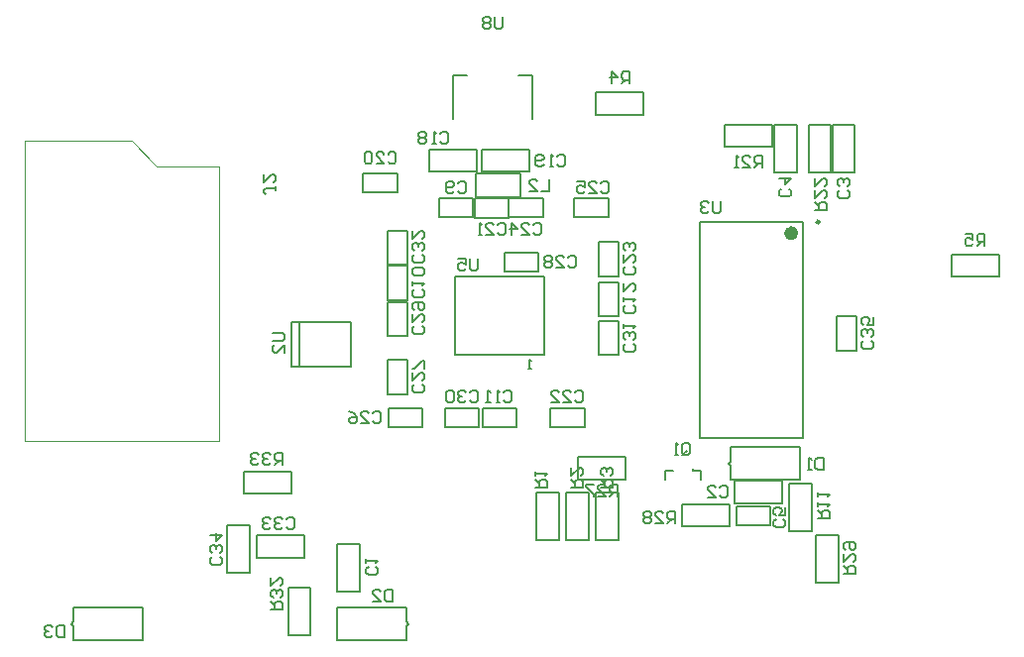
<source format=gbo>
G04 Layer_Color=32896*
%FSLAX23Y23*%
%MOIN*%
G70*
G01*
G75*
%ADD30C,0.008*%
%ADD62C,0.008*%
%ADD63C,0.006*%
%ADD67C,0.010*%
%ADD68C,0.024*%
%ADD69C,0.001*%
D30*
X900Y967D02*
Y1117D01*
X1100D01*
Y967D02*
Y1117D01*
X900Y967D02*
X1100D01*
X925D02*
Y1117D01*
X1853Y878D02*
X1860Y885D01*
X1873D01*
X1880Y878D01*
Y852D01*
X1873Y845D01*
X1860D01*
X1853Y852D01*
X1813Y845D02*
X1840D01*
X1813Y872D01*
Y878D01*
X1820Y885D01*
X1833D01*
X1840Y878D01*
X1773Y845D02*
X1800D01*
X1773Y872D01*
Y878D01*
X1780Y885D01*
X1793D01*
X1800Y878D01*
X1183Y292D02*
X1190Y285D01*
Y272D01*
X1183Y265D01*
X1157D01*
X1150Y272D01*
Y285D01*
X1157Y292D01*
X1150Y305D02*
Y318D01*
Y312D01*
X1190D01*
X1183Y305D01*
X2338Y558D02*
X2345Y565D01*
X2358D01*
X2365Y558D01*
Y532D01*
X2358Y525D01*
X2345D01*
X2338Y532D01*
X2298Y525D02*
X2325D01*
X2298Y552D01*
Y558D01*
X2305Y565D01*
X2318D01*
X2325Y558D01*
X2768Y1559D02*
X2774Y1553D01*
Y1539D01*
X2768Y1533D01*
X2741D01*
X2734Y1539D01*
Y1553D01*
X2741Y1559D01*
X2768Y1573D02*
X2774Y1579D01*
Y1593D01*
X2768Y1599D01*
X2761D01*
X2754Y1593D01*
Y1586D01*
Y1593D01*
X2748Y1599D01*
X2741D01*
X2734Y1593D01*
Y1579D01*
X2741Y1573D01*
X2573Y1564D02*
X2579Y1558D01*
Y1544D01*
X2573Y1538D01*
X2546D01*
X2539Y1544D01*
Y1558D01*
X2546Y1564D01*
X2539Y1598D02*
X2579D01*
X2559Y1578D01*
Y1604D01*
X2553Y452D02*
X2560Y445D01*
Y432D01*
X2553Y425D01*
X2527D01*
X2520Y432D01*
Y445D01*
X2527Y452D01*
X2560Y492D02*
Y465D01*
X2540D01*
X2547Y478D01*
Y485D01*
X2540Y492D01*
X2527D01*
X2520Y485D01*
Y472D01*
X2527Y465D01*
X1458Y1583D02*
X1465Y1590D01*
X1478D01*
X1485Y1583D01*
Y1557D01*
X1478Y1550D01*
X1465D01*
X1458Y1557D01*
X1445D02*
X1438Y1550D01*
X1425D01*
X1418Y1557D01*
Y1583D01*
X1425Y1590D01*
X1438D01*
X1445Y1583D01*
Y1577D01*
X1438Y1570D01*
X1418D01*
X1338Y1227D02*
X1345Y1220D01*
Y1207D01*
X1338Y1200D01*
X1312D01*
X1305Y1207D01*
Y1220D01*
X1312Y1227D01*
X1305Y1240D02*
Y1253D01*
Y1247D01*
X1345D01*
X1338Y1240D01*
Y1273D02*
X1345Y1280D01*
Y1293D01*
X1338Y1300D01*
X1312D01*
X1305Y1293D01*
Y1280D01*
X1312Y1273D01*
X1338D01*
X1613Y878D02*
X1620Y885D01*
X1633D01*
X1640Y878D01*
Y852D01*
X1633Y845D01*
X1620D01*
X1613Y852D01*
X1600Y845D02*
X1587D01*
X1593D01*
Y885D01*
X1600Y878D01*
X1567Y845D02*
X1553D01*
X1560D01*
Y885D01*
X1567Y878D01*
X2048Y1172D02*
X2055Y1165D01*
Y1152D01*
X2048Y1145D01*
X2022D01*
X2015Y1152D01*
Y1165D01*
X2022Y1172D01*
X2015Y1185D02*
Y1198D01*
Y1192D01*
X2055D01*
X2048Y1185D01*
X2015Y1245D02*
Y1218D01*
X2042Y1245D01*
X2048D01*
X2055Y1238D01*
Y1225D01*
X2048Y1218D01*
X1398Y1748D02*
X1405Y1755D01*
X1418D01*
X1425Y1748D01*
Y1722D01*
X1418Y1715D01*
X1405D01*
X1398Y1722D01*
X1385Y1715D02*
X1372D01*
X1378D01*
Y1755D01*
X1385Y1748D01*
X1352D02*
X1345Y1755D01*
X1332D01*
X1325Y1748D01*
Y1742D01*
X1332Y1735D01*
X1325Y1728D01*
Y1722D01*
X1332Y1715D01*
X1345D01*
X1352Y1722D01*
Y1728D01*
X1345Y1735D01*
X1352Y1742D01*
Y1748D01*
X1345Y1735D02*
X1332D01*
X1793Y1673D02*
X1800Y1680D01*
X1813D01*
X1820Y1673D01*
Y1647D01*
X1813Y1640D01*
X1800D01*
X1793Y1647D01*
X1780Y1640D02*
X1767D01*
X1773D01*
Y1680D01*
X1780Y1673D01*
X1747Y1647D02*
X1740Y1640D01*
X1727D01*
X1720Y1647D01*
Y1673D01*
X1727Y1680D01*
X1740D01*
X1747Y1673D01*
Y1667D01*
X1740Y1660D01*
X1720D01*
X1224Y1681D02*
X1230Y1688D01*
X1244D01*
X1250Y1681D01*
Y1655D01*
X1244Y1648D01*
X1230D01*
X1224Y1655D01*
X1184Y1648D02*
X1210D01*
X1184Y1675D01*
Y1681D01*
X1190Y1688D01*
X1204D01*
X1210Y1681D01*
X1170D02*
X1164Y1688D01*
X1150D01*
X1144Y1681D01*
Y1655D01*
X1150Y1648D01*
X1164D01*
X1170Y1655D01*
Y1681D01*
X1593Y1443D02*
X1600Y1450D01*
X1613D01*
X1620Y1443D01*
Y1417D01*
X1613Y1410D01*
X1600D01*
X1593Y1417D01*
X1553Y1410D02*
X1580D01*
X1553Y1437D01*
Y1443D01*
X1560Y1450D01*
X1573D01*
X1580Y1443D01*
X1540Y1410D02*
X1527D01*
X1533D01*
Y1450D01*
X1540Y1443D01*
X2048Y1302D02*
X2055Y1295D01*
Y1282D01*
X2048Y1275D01*
X2022D01*
X2015Y1282D01*
Y1295D01*
X2022Y1302D01*
X2015Y1342D02*
Y1315D01*
X2042Y1342D01*
X2048D01*
X2055Y1335D01*
Y1322D01*
X2048Y1315D01*
Y1355D02*
X2055Y1362D01*
Y1375D01*
X2048Y1382D01*
X2042D01*
X2035Y1375D01*
Y1368D01*
Y1375D01*
X2028Y1382D01*
X2022D01*
X2015Y1375D01*
Y1362D01*
X2022Y1355D01*
X1713Y1443D02*
X1720Y1450D01*
X1733D01*
X1740Y1443D01*
Y1417D01*
X1733Y1410D01*
X1720D01*
X1713Y1417D01*
X1673Y1410D02*
X1700D01*
X1673Y1437D01*
Y1443D01*
X1680Y1450D01*
X1693D01*
X1700Y1443D01*
X1640Y1410D02*
Y1450D01*
X1660Y1430D01*
X1633D01*
X1938Y1583D02*
X1945Y1590D01*
X1958D01*
X1965Y1583D01*
Y1557D01*
X1958Y1550D01*
X1945D01*
X1938Y1557D01*
X1898Y1550D02*
X1925D01*
X1898Y1577D01*
Y1583D01*
X1905Y1590D01*
X1918D01*
X1925Y1583D01*
X1858Y1590D02*
X1885D01*
Y1570D01*
X1872Y1577D01*
X1865D01*
X1858Y1570D01*
Y1557D01*
X1865Y1550D01*
X1878D01*
X1885Y1557D01*
X1173Y808D02*
X1180Y815D01*
X1193D01*
X1200Y808D01*
Y782D01*
X1193Y775D01*
X1180D01*
X1173Y782D01*
X1133Y775D02*
X1160D01*
X1133Y802D01*
Y808D01*
X1140Y815D01*
X1153D01*
X1160Y808D01*
X1093Y815D02*
X1107Y808D01*
X1120Y795D01*
Y782D01*
X1113Y775D01*
X1100D01*
X1093Y782D01*
Y788D01*
X1100Y795D01*
X1120D01*
X1338Y907D02*
X1345Y900D01*
Y887D01*
X1338Y880D01*
X1312D01*
X1305Y887D01*
Y900D01*
X1312Y907D01*
X1305Y947D02*
Y920D01*
X1332Y947D01*
X1338D01*
X1345Y940D01*
Y927D01*
X1338Y920D01*
X1345Y960D02*
Y987D01*
X1338D01*
X1312Y960D01*
X1305D01*
X1828Y1333D02*
X1835Y1340D01*
X1848D01*
X1855Y1333D01*
Y1307D01*
X1848Y1300D01*
X1835D01*
X1828Y1307D01*
X1788Y1300D02*
X1815D01*
X1788Y1327D01*
Y1333D01*
X1795Y1340D01*
X1808D01*
X1815Y1333D01*
X1775D02*
X1768Y1340D01*
X1755D01*
X1748Y1333D01*
Y1327D01*
X1755Y1320D01*
X1748Y1313D01*
Y1307D01*
X1755Y1300D01*
X1768D01*
X1775Y1307D01*
Y1313D01*
X1768Y1320D01*
X1775Y1327D01*
Y1333D01*
X1768Y1320D02*
X1755D01*
X1338Y1102D02*
X1345Y1095D01*
Y1082D01*
X1338Y1075D01*
X1312D01*
X1305Y1082D01*
Y1095D01*
X1312Y1102D01*
X1305Y1142D02*
Y1115D01*
X1332Y1142D01*
X1338D01*
X1345Y1135D01*
Y1122D01*
X1338Y1115D01*
X1312Y1155D02*
X1305Y1162D01*
Y1175D01*
X1312Y1182D01*
X1338D01*
X1345Y1175D01*
Y1162D01*
X1338Y1155D01*
X1332D01*
X1325Y1162D01*
Y1182D01*
X1498Y878D02*
X1505Y885D01*
X1518D01*
X1525Y878D01*
Y852D01*
X1518Y845D01*
X1505D01*
X1498Y852D01*
X1485Y878D02*
X1478Y885D01*
X1465D01*
X1458Y878D01*
Y872D01*
X1465Y865D01*
X1472D01*
X1465D01*
X1458Y858D01*
Y852D01*
X1465Y845D01*
X1478D01*
X1485Y852D01*
X1445Y878D02*
X1438Y885D01*
X1425D01*
X1418Y878D01*
Y852D01*
X1425Y845D01*
X1438D01*
X1445Y852D01*
Y878D01*
X2048Y1042D02*
X2055Y1035D01*
Y1022D01*
X2048Y1015D01*
X2022D01*
X2015Y1022D01*
Y1035D01*
X2022Y1042D01*
X2048Y1055D02*
X2055Y1062D01*
Y1075D01*
X2048Y1082D01*
X2042D01*
X2035Y1075D01*
Y1068D01*
Y1075D01*
X2028Y1082D01*
X2022D01*
X2015Y1075D01*
Y1062D01*
X2022Y1055D01*
X2015Y1095D02*
Y1108D01*
Y1102D01*
X2055D01*
X2048Y1095D01*
X1338Y1342D02*
X1345Y1335D01*
Y1322D01*
X1338Y1315D01*
X1312D01*
X1305Y1322D01*
Y1335D01*
X1312Y1342D01*
X1338Y1355D02*
X1345Y1362D01*
Y1375D01*
X1338Y1382D01*
X1332D01*
X1325Y1375D01*
Y1368D01*
Y1375D01*
X1318Y1382D01*
X1312D01*
X1305Y1375D01*
Y1362D01*
X1312Y1355D01*
X1305Y1422D02*
Y1395D01*
X1332Y1422D01*
X1338D01*
X1345Y1415D01*
Y1402D01*
X1338Y1395D01*
X883Y453D02*
X890Y460D01*
X903D01*
X910Y453D01*
Y427D01*
X903Y420D01*
X890D01*
X883Y427D01*
X870Y453D02*
X863Y460D01*
X850D01*
X843Y453D01*
Y447D01*
X850Y440D01*
X857D01*
X850D01*
X843Y433D01*
Y427D01*
X850Y420D01*
X863D01*
X870Y427D01*
X830Y453D02*
X823Y460D01*
X810D01*
X803Y453D01*
Y447D01*
X810Y440D01*
X817D01*
X810D01*
X803Y433D01*
Y427D01*
X810Y420D01*
X823D01*
X830Y427D01*
X658Y327D02*
X665Y320D01*
Y307D01*
X658Y300D01*
X632D01*
X625Y307D01*
Y320D01*
X632Y327D01*
X658Y340D02*
X665Y347D01*
Y360D01*
X658Y367D01*
X652D01*
X645Y360D01*
Y353D01*
Y360D01*
X638Y367D01*
X632D01*
X625Y360D01*
Y347D01*
X632Y340D01*
X625Y400D02*
X665D01*
X645Y380D01*
Y407D01*
X2848Y1052D02*
X2855Y1045D01*
Y1032D01*
X2848Y1025D01*
X2822D01*
X2815Y1032D01*
Y1045D01*
X2822Y1052D01*
X2848Y1065D02*
X2855Y1072D01*
Y1085D01*
X2848Y1092D01*
X2842D01*
X2835Y1085D01*
Y1078D01*
Y1085D01*
X2828Y1092D01*
X2822D01*
X2815Y1085D01*
Y1072D01*
X2822Y1065D01*
X2855Y1132D02*
Y1105D01*
X2835D01*
X2842Y1118D01*
Y1125D01*
X2835Y1132D01*
X2822D01*
X2815Y1125D01*
Y1112D01*
X2822Y1105D01*
X2687Y660D02*
Y620D01*
X2667D01*
X2660Y627D01*
Y653D01*
X2667Y660D01*
X2687D01*
X2647Y620D02*
X2634D01*
X2640D01*
Y660D01*
X2647Y653D01*
X845Y1572D02*
Y1558D01*
Y1565D01*
X812D01*
X805Y1558D01*
Y1552D01*
X812Y1545D01*
X805Y1612D02*
Y1585D01*
X832Y1612D01*
X838D01*
X845Y1605D01*
Y1592D01*
X838Y1585D01*
X2213Y677D02*
Y703D01*
X2220Y710D01*
X2233D01*
X2240Y703D01*
Y677D01*
X2233Y670D01*
X2220D01*
X2227Y683D02*
X2213Y670D01*
X2220D02*
X2213Y677D01*
X2200Y670D02*
X2187D01*
X2193D01*
Y710D01*
X2200Y703D01*
X1720Y560D02*
X1760D01*
Y580D01*
X1753Y587D01*
X1740D01*
X1733Y580D01*
Y560D01*
Y573D02*
X1720Y587D01*
Y600D02*
Y613D01*
Y607D01*
X1760D01*
X1753Y600D01*
X1840Y560D02*
X1880D01*
Y580D01*
X1873Y587D01*
X1860D01*
X1853Y580D01*
Y560D01*
Y573D02*
X1840Y587D01*
Y627D02*
Y600D01*
X1867Y627D01*
X1873D01*
X1880Y620D01*
Y607D01*
X1873Y600D01*
X1940Y560D02*
X1980D01*
Y580D01*
X1973Y587D01*
X1960D01*
X1953Y580D01*
Y560D01*
Y573D02*
X1940Y587D01*
X1973Y600D02*
X1980Y607D01*
Y620D01*
X1973Y627D01*
X1967D01*
X1960Y620D01*
Y613D01*
Y620D01*
X1953Y627D01*
X1947D01*
X1940Y620D01*
Y607D01*
X1947Y600D01*
X2036Y1918D02*
Y1958D01*
X2016D01*
X2010Y1951D01*
Y1938D01*
X2016Y1931D01*
X2036D01*
X2023D02*
X2010Y1918D01*
X1976D02*
Y1958D01*
X1996Y1938D01*
X1970D01*
X3230Y1374D02*
Y1414D01*
X3210D01*
X3204Y1407D01*
Y1394D01*
X3210Y1387D01*
X3230D01*
X3217D02*
X3204Y1374D01*
X3164Y1414D02*
X3190D01*
Y1394D01*
X3177Y1401D01*
X3170D01*
X3164Y1394D01*
Y1381D01*
X3170Y1374D01*
X3184D01*
X3190Y1381D01*
X2670Y455D02*
X2710D01*
Y475D01*
X2703Y482D01*
X2690D01*
X2683Y475D01*
Y455D01*
Y468D02*
X2670Y482D01*
Y495D02*
Y508D01*
Y502D01*
X2710D01*
X2703Y495D01*
X2670Y528D02*
Y542D01*
Y535D01*
X2710D01*
X2703Y528D01*
X2483Y1635D02*
Y1675D01*
X2463D01*
X2456Y1668D01*
Y1655D01*
X2463Y1648D01*
X2483D01*
X2469D02*
X2456Y1635D01*
X2416D02*
X2443D01*
X2416Y1661D01*
Y1668D01*
X2423Y1675D01*
X2436D01*
X2443Y1668D01*
X2403Y1635D02*
X2389D01*
X2396D01*
Y1675D01*
X2403Y1668D01*
X2659Y1493D02*
X2699D01*
Y1513D01*
X2693Y1519D01*
X2679D01*
X2673Y1513D01*
Y1493D01*
Y1506D02*
X2659Y1519D01*
Y1559D02*
Y1533D01*
X2686Y1559D01*
X2693D01*
X2699Y1553D01*
Y1539D01*
X2693Y1533D01*
X2659Y1599D02*
Y1573D01*
X2686Y1599D01*
X2693D01*
X2699Y1593D01*
Y1579D01*
X2693Y1573D01*
X1995Y530D02*
Y570D01*
X1975D01*
X1968Y563D01*
Y550D01*
X1975Y543D01*
X1995D01*
X1982D02*
X1968Y530D01*
X1928D02*
X1955D01*
X1928Y557D01*
Y563D01*
X1935Y570D01*
X1948D01*
X1955Y563D01*
X1915Y570D02*
X1888D01*
Y563D01*
X1915Y537D01*
Y530D01*
X2190Y440D02*
Y480D01*
X2170D01*
X2163Y473D01*
Y460D01*
X2170Y453D01*
X2190D01*
X2177D02*
X2163Y440D01*
X2123D02*
X2150D01*
X2123Y467D01*
Y473D01*
X2130Y480D01*
X2143D01*
X2150Y473D01*
X2110D02*
X2103Y480D01*
X2090D01*
X2083Y473D01*
Y467D01*
X2090Y460D01*
X2083Y453D01*
Y447D01*
X2090Y440D01*
X2103D01*
X2110Y447D01*
Y453D01*
X2103Y460D01*
X2110Y467D01*
Y473D01*
X2103Y460D02*
X2090D01*
X2755Y270D02*
X2795D01*
Y290D01*
X2788Y297D01*
X2775D01*
X2768Y290D01*
Y270D01*
Y283D02*
X2755Y297D01*
Y337D02*
Y310D01*
X2782Y337D01*
X2788D01*
X2795Y330D01*
Y317D01*
X2788Y310D01*
X2762Y350D02*
X2755Y357D01*
Y370D01*
X2762Y377D01*
X2788D01*
X2795Y370D01*
Y357D01*
X2788Y350D01*
X2782D01*
X2775Y357D01*
Y377D01*
X835Y1080D02*
X868D01*
X875Y1073D01*
Y1060D01*
X868Y1053D01*
X835D01*
X875Y1013D02*
Y1040D01*
X848Y1013D01*
X842D01*
X835Y1020D01*
Y1033D01*
X842Y1040D01*
X1525Y1330D02*
Y1297D01*
X1518Y1290D01*
X1505D01*
X1498Y1297D01*
Y1330D01*
X1458D02*
X1485D01*
Y1310D01*
X1472Y1317D01*
X1465D01*
X1458Y1310D01*
Y1297D01*
X1465Y1290D01*
X1478D01*
X1485Y1297D01*
X1608Y2143D02*
Y2110D01*
X1602Y2103D01*
X1588D01*
X1582Y2110D01*
Y2143D01*
X1568Y2136D02*
X1562Y2143D01*
X1548D01*
X1542Y2136D01*
Y2130D01*
X1548Y2123D01*
X1542Y2116D01*
Y2110D01*
X1548Y2103D01*
X1562D01*
X1568Y2110D01*
Y2116D01*
X1562Y2123D01*
X1568Y2130D01*
Y2136D01*
X1562Y2123D02*
X1548D01*
X1765Y1595D02*
Y1555D01*
X1738D01*
X1698D02*
X1725D01*
X1698Y1582D01*
Y1588D01*
X1705Y1595D01*
X1718D01*
X1725Y1588D01*
X1240Y215D02*
Y175D01*
X1220D01*
X1213Y182D01*
Y208D01*
X1220Y215D01*
X1240D01*
X1173Y175D02*
X1200D01*
X1173Y202D01*
Y208D01*
X1180Y215D01*
X1193D01*
X1200Y208D01*
X135Y95D02*
Y55D01*
X115D01*
X108Y62D01*
Y88D01*
X115Y95D01*
X135D01*
X95Y88D02*
X88Y95D01*
X75D01*
X68Y88D01*
Y82D01*
X75Y75D01*
X82D01*
X75D01*
X68Y68D01*
Y62D01*
X75Y55D01*
X88D01*
X95Y62D01*
X830Y150D02*
X870D01*
Y170D01*
X863Y177D01*
X850D01*
X843Y170D01*
Y150D01*
Y163D02*
X830Y177D01*
X863Y190D02*
X870Y197D01*
Y210D01*
X863Y217D01*
X857D01*
X850Y210D01*
Y203D01*
Y210D01*
X843Y217D01*
X837D01*
X830Y210D01*
Y197D01*
X837Y190D01*
X830Y257D02*
Y230D01*
X857Y257D01*
X863D01*
X870Y250D01*
Y237D01*
X863Y230D01*
X870Y635D02*
Y675D01*
X850D01*
X843Y668D01*
Y655D01*
X850Y648D01*
X870D01*
X857D02*
X843Y635D01*
X830Y668D02*
X823Y675D01*
X810D01*
X803Y668D01*
Y662D01*
X810Y655D01*
X817D01*
X810D01*
X803Y648D01*
Y642D01*
X810Y635D01*
X823D01*
X830Y642D01*
X790Y668D02*
X783Y675D01*
X770D01*
X763Y668D01*
Y662D01*
X770Y655D01*
X777D01*
X770D01*
X763Y648D01*
Y642D01*
X770Y635D01*
X783D01*
X790Y642D01*
X2341Y1522D02*
Y1489D01*
X2334Y1482D01*
X2321D01*
X2314Y1489D01*
Y1522D01*
X2301Y1515D02*
X2294Y1522D01*
X2281D01*
X2274Y1515D01*
Y1509D01*
X2281Y1502D01*
X2288D01*
X2281D01*
X2274Y1495D01*
Y1489D01*
X2281Y1482D01*
X2294D01*
X2301Y1489D01*
D62*
X2618Y726D02*
Y1454D01*
X2272Y726D02*
Y1454D01*
X2618D01*
X2272Y726D02*
X2618Y726D01*
D63*
X2395Y433D02*
X2510D01*
X2395D02*
Y497D01*
X2510D01*
Y433D02*
Y497D01*
X2022Y587D02*
Y663D01*
X1862Y587D02*
X2022D01*
X1862D02*
Y663D01*
X2022D01*
X2637Y1780D02*
X2712D01*
Y1620D02*
Y1780D01*
X2637Y1620D02*
X2712D01*
X2637D02*
Y1780D01*
X2516Y1705D02*
Y1780D01*
X2356Y1705D02*
X2516D01*
X2356D02*
Y1780D01*
X2516D01*
X2367Y640D02*
X2375Y632D01*
Y585D02*
Y632D01*
Y585D02*
X2609D01*
Y695D01*
X2375D02*
X2609D01*
X2375Y647D02*
Y695D01*
X2367Y640D02*
X2375Y647D01*
X2797Y1020D02*
Y1135D01*
X2733Y1020D02*
X2797D01*
X2733D02*
Y1135D01*
X2797D01*
X3117Y1342D02*
X3277D01*
X3117Y1268D02*
Y1342D01*
Y1268D02*
X3277D01*
Y1342D01*
X1923Y1812D02*
X2083D01*
Y1888D01*
X1923D02*
X2083D01*
X1923Y1812D02*
Y1888D01*
X2522Y1620D02*
Y1780D01*
Y1620D02*
X2597D01*
Y1780D01*
X2522D02*
X2597D01*
X2717Y1620D02*
Y1780D01*
Y1620D02*
X2792D01*
Y1780D01*
X2717D02*
X2792D01*
X1140Y1553D02*
X1255D01*
X1140D02*
Y1617D01*
X1255D01*
Y1553D02*
Y1617D01*
X1363Y1622D02*
X1523D01*
Y1697D01*
X1363D02*
X1523D01*
X1363Y1622D02*
Y1697D01*
X1537D02*
X1697D01*
X1537Y1622D02*
Y1697D01*
Y1622D02*
X1697D01*
Y1697D01*
X1288Y1309D02*
Y1424D01*
X1223Y1309D02*
X1288D01*
X1223D02*
Y1424D01*
X1288D01*
X1222Y1191D02*
Y1306D01*
X1287D01*
Y1191D02*
Y1306D01*
X1222Y1191D02*
X1287D01*
X1288Y1069D02*
Y1184D01*
X1223Y1069D02*
X1288D01*
X1223D02*
Y1184D01*
X1288D01*
X1224Y762D02*
X1339D01*
X1224D02*
Y827D01*
X1339D01*
Y762D02*
Y827D01*
X1288Y874D02*
Y989D01*
X1223Y874D02*
X1288D01*
X1223D02*
Y989D01*
X1288D01*
X1450Y1005D02*
X1750Y1005D01*
X1450Y1005D02*
Y1268D01*
X1750D01*
X1750Y1005D01*
X1414Y762D02*
X1530D01*
X1414D02*
Y827D01*
X1530D01*
Y762D02*
Y827D01*
X1541Y827D02*
X1656D01*
Y763D02*
Y827D01*
X1541Y763D02*
X1656D01*
X1541D02*
Y827D01*
X1770Y762D02*
X1885D01*
X1770D02*
Y827D01*
X1885D01*
Y762D02*
Y827D01*
X1707Y1799D02*
Y1945D01*
X1661D02*
X1707D01*
X1443D02*
X1489D01*
X1443Y1799D02*
Y1945D01*
X2155Y616D02*
X2181D01*
X2155Y586D02*
Y616D01*
X2249Y617D02*
Y622D01*
X2275Y586D02*
Y616D01*
X2249D02*
X2275D01*
X2213Y428D02*
X2373D01*
Y502D01*
X2213D02*
X2373D01*
X2213Y428D02*
Y502D01*
X2387Y507D02*
X2547D01*
Y582D01*
X2387D02*
X2547D01*
X2387Y507D02*
Y582D01*
X2572Y412D02*
Y572D01*
Y412D02*
X2648D01*
Y572D01*
X2572D02*
X2648D01*
X1997Y1005D02*
Y1120D01*
X1933Y1005D02*
X1997D01*
X1933D02*
Y1120D01*
X1997D01*
X1933Y1135D02*
Y1250D01*
X1997D01*
Y1135D02*
Y1250D01*
X1933Y1135D02*
X1997D01*
X1933Y1270D02*
Y1385D01*
X1997D01*
Y1270D02*
Y1385D01*
X1933Y1270D02*
X1997D01*
X1395Y1533D02*
X1510D01*
Y1468D02*
Y1533D01*
X1395Y1468D02*
X1510D01*
X1395D02*
Y1533D01*
X1515Y1467D02*
X1630D01*
X1515D02*
Y1532D01*
X1630D01*
Y1467D02*
Y1532D01*
X1630Y1533D02*
X1745D01*
Y1468D02*
Y1533D01*
X1630Y1468D02*
X1745D01*
X1630D02*
Y1533D01*
X1850D02*
X1965D01*
Y1468D02*
Y1533D01*
X1850Y1468D02*
X1965D01*
X1850D02*
Y1533D01*
X1615Y1286D02*
X1730D01*
X1615D02*
Y1350D01*
X1730D01*
Y1286D02*
Y1350D01*
X1923Y542D02*
X1997D01*
Y382D02*
Y542D01*
X1923Y382D02*
X1997D01*
X1923D02*
Y542D01*
X1822Y382D02*
Y542D01*
Y382D02*
X1898D01*
Y542D01*
X1822D02*
X1898D01*
X1722Y382D02*
Y542D01*
Y382D02*
X1798D01*
Y542D01*
X1722D02*
X1798D01*
X1669Y1535D02*
Y1615D01*
X1519Y1535D02*
X1669D01*
X1519D02*
Y1615D01*
X1669D01*
X2737Y238D02*
Y398D01*
X2662D02*
X2737D01*
X2662Y238D02*
Y398D01*
Y238D02*
X2737D01*
X1128Y208D02*
Y368D01*
X1053D02*
X1128D01*
X1053Y208D02*
Y368D01*
Y208D02*
X1128D01*
X783Y322D02*
X943D01*
Y398D01*
X783D02*
X943D01*
X783Y322D02*
Y398D01*
X683Y272D02*
Y432D01*
Y272D02*
X757D01*
Y432D01*
X683D02*
X757D01*
X1286Y93D02*
X1293Y100D01*
X1286Y45D02*
Y93D01*
X1051Y45D02*
X1286D01*
X1051D02*
Y155D01*
X1286D01*
Y108D02*
Y155D01*
Y108D02*
X1293Y100D01*
X157D02*
X164Y108D01*
Y155D01*
X400D01*
Y45D02*
Y155D01*
X164Y45D02*
X400D01*
X164D02*
Y93D01*
X157Y100D02*
X164Y93D01*
X962Y63D02*
Y223D01*
X887D02*
X962D01*
X887Y63D02*
Y223D01*
Y63D02*
X962D01*
X737Y613D02*
X897D01*
X737Y538D02*
Y613D01*
Y538D02*
X897D01*
Y613D01*
X1705Y960D02*
X1695D01*
X1700D01*
Y990D01*
X1705Y985D01*
D67*
X2674Y1453D02*
G03*
X2674Y1453I-5J0D01*
G01*
D68*
X2591Y1415D02*
G03*
X2591Y1415I-12J0D01*
G01*
D69*
X1Y715D02*
X655D01*
Y1640D01*
X445D02*
X655D01*
X361Y1725D02*
X445Y1640D01*
X1Y1725D02*
X361D01*
X1Y715D02*
Y1725D01*
M02*

</source>
